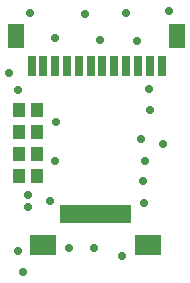
<source format=gts>
G04*
G04 #@! TF.GenerationSoftware,Altium Limited,Altium Designer,22.8.2 (66)*
G04*
G04 Layer_Color=8388736*
%FSLAX44Y44*%
%MOMM*%
G71*
G04*
G04 #@! TF.SameCoordinates,461F48FB-66DF-4060-B8FC-CAE3B283AE13*
G04*
G04*
G04 #@! TF.FilePolarity,Negative*
G04*
G01*
G75*
%ADD18R,1.1332X1.1832*%
%ADD19R,2.2032X1.8032*%
%ADD20R,0.5032X1.5032*%
%ADD21R,1.4032X2.0032*%
%ADD22R,0.8032X1.7532*%
%ADD23C,0.7032*%
D18*
X33274Y144949D02*
D03*
X17874D02*
D03*
X33274Y126323D02*
D03*
X17874D02*
D03*
X33274Y163576D02*
D03*
X17874D02*
D03*
X33274Y107696D02*
D03*
X17874D02*
D03*
D19*
X38557Y48830D02*
D03*
X127559Y48825D02*
D03*
D20*
X110559Y75635D02*
D03*
X105555D02*
D03*
X100551D02*
D03*
X95547D02*
D03*
X90556D02*
D03*
X85565D02*
D03*
X80561D02*
D03*
X75557D02*
D03*
X70554D02*
D03*
X65550D02*
D03*
X60546D02*
D03*
X55555D02*
D03*
D21*
X15820Y226239D02*
D03*
X151820D02*
D03*
D22*
X98820Y200989D02*
D03*
X138820D02*
D03*
X128820D02*
D03*
X118820D02*
D03*
X108820D02*
D03*
X88820D02*
D03*
X78820D02*
D03*
X68820D02*
D03*
X58820D02*
D03*
X48820D02*
D03*
X38820D02*
D03*
X28820D02*
D03*
D23*
X144780Y247142D02*
D03*
X108966Y245364D02*
D03*
X73660Y245110D02*
D03*
X27686Y245364D02*
D03*
X21590Y26162D02*
D03*
X25908Y81026D02*
D03*
Y91694D02*
D03*
X17018Y44196D02*
D03*
X118110Y221996D02*
D03*
X86614Y222504D02*
D03*
X48768Y224536D02*
D03*
X9398Y194818D02*
D03*
X17018Y180340D02*
D03*
X49784Y152908D02*
D03*
X49022Y120142D02*
D03*
X44196Y86614D02*
D03*
X60706Y46736D02*
D03*
X81534Y46228D02*
D03*
X105664Y39878D02*
D03*
X123952Y84328D02*
D03*
X122936Y103124D02*
D03*
X125222Y120142D02*
D03*
X139954Y134366D02*
D03*
X121666Y138938D02*
D03*
X128778Y163576D02*
D03*
X128016Y181102D02*
D03*
M02*

</source>
